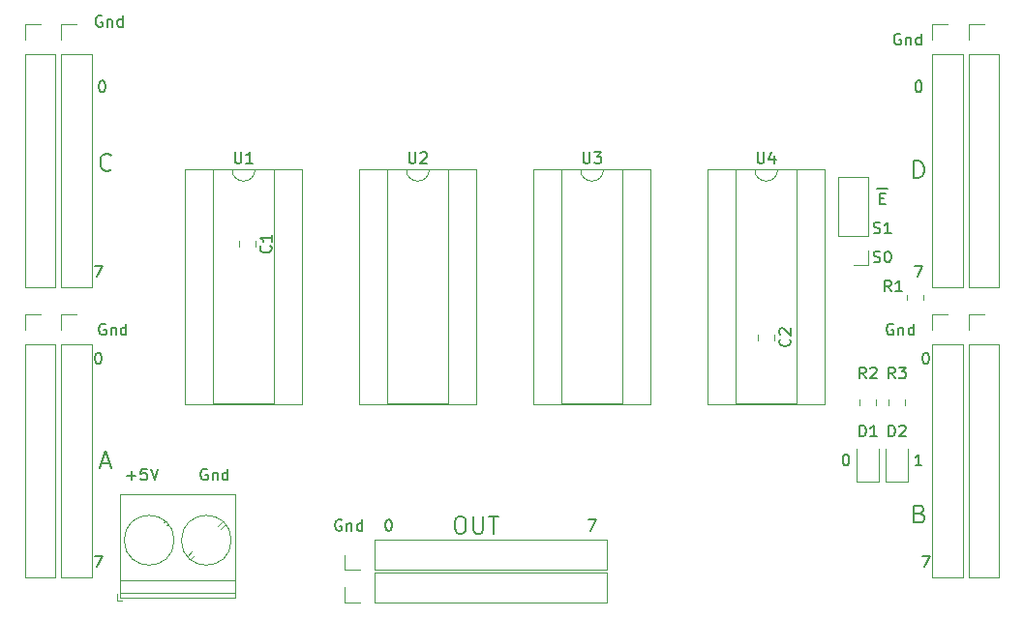
<source format=gbr>
%TF.GenerationSoftware,KiCad,Pcbnew,(5.1.8)-1*%
%TF.CreationDate,2022-11-12T22:57:04+03:00*%
%TF.ProjectId,MUX4x1,4d555834-7831-42e6-9b69-6361645f7063,rev?*%
%TF.SameCoordinates,Original*%
%TF.FileFunction,Legend,Top*%
%TF.FilePolarity,Positive*%
%FSLAX46Y46*%
G04 Gerber Fmt 4.6, Leading zero omitted, Abs format (unit mm)*
G04 Created by KiCad (PCBNEW (5.1.8)-1) date 2022-11-12 22:57:04*
%MOMM*%
%LPD*%
G01*
G04 APERTURE LIST*
%ADD10C,0.150000*%
%ADD11C,0.200000*%
%ADD12C,0.120000*%
G04 APERTURE END LIST*
D10*
X79049642Y-58872500D02*
X78954404Y-58824880D01*
X78811547Y-58824880D01*
X78668690Y-58872500D01*
X78573452Y-58967738D01*
X78525833Y-59062976D01*
X78478214Y-59253452D01*
X78478214Y-59396309D01*
X78525833Y-59586785D01*
X78573452Y-59682023D01*
X78668690Y-59777261D01*
X78811547Y-59824880D01*
X78906785Y-59824880D01*
X79049642Y-59777261D01*
X79097261Y-59729642D01*
X79097261Y-59396309D01*
X78906785Y-59396309D01*
X79525833Y-59158214D02*
X79525833Y-59824880D01*
X79525833Y-59253452D02*
X79573452Y-59205833D01*
X79668690Y-59158214D01*
X79811547Y-59158214D01*
X79906785Y-59205833D01*
X79954404Y-59301071D01*
X79954404Y-59824880D01*
X80859166Y-59824880D02*
X80859166Y-58824880D01*
X80859166Y-59777261D02*
X80763928Y-59824880D01*
X80573452Y-59824880D01*
X80478214Y-59777261D01*
X80430595Y-59729642D01*
X80382976Y-59634404D01*
X80382976Y-59348690D01*
X80430595Y-59253452D01*
X80478214Y-59205833D01*
X80573452Y-59158214D01*
X80763928Y-59158214D01*
X80859166Y-59205833D01*
X148899642Y-60460000D02*
X148804404Y-60412380D01*
X148661547Y-60412380D01*
X148518690Y-60460000D01*
X148423452Y-60555238D01*
X148375833Y-60650476D01*
X148328214Y-60840952D01*
X148328214Y-60983809D01*
X148375833Y-61174285D01*
X148423452Y-61269523D01*
X148518690Y-61364761D01*
X148661547Y-61412380D01*
X148756785Y-61412380D01*
X148899642Y-61364761D01*
X148947261Y-61317142D01*
X148947261Y-60983809D01*
X148756785Y-60983809D01*
X149375833Y-60745714D02*
X149375833Y-61412380D01*
X149375833Y-60840952D02*
X149423452Y-60793333D01*
X149518690Y-60745714D01*
X149661547Y-60745714D01*
X149756785Y-60793333D01*
X149804404Y-60888571D01*
X149804404Y-61412380D01*
X150709166Y-61412380D02*
X150709166Y-60412380D01*
X150709166Y-61364761D02*
X150613928Y-61412380D01*
X150423452Y-61412380D01*
X150328214Y-61364761D01*
X150280595Y-61317142D01*
X150232976Y-61221904D01*
X150232976Y-60936190D01*
X150280595Y-60840952D01*
X150328214Y-60793333D01*
X150423452Y-60745714D01*
X150613928Y-60745714D01*
X150709166Y-60793333D01*
X150780714Y-98242380D02*
X150209285Y-98242380D01*
X150495000Y-98242380D02*
X150495000Y-97242380D01*
X150399761Y-97385238D01*
X150304523Y-97480476D01*
X150209285Y-97528095D01*
X144097380Y-97242380D02*
X144192619Y-97242380D01*
X144287857Y-97290000D01*
X144335476Y-97337619D01*
X144383095Y-97432857D01*
X144430714Y-97623333D01*
X144430714Y-97861428D01*
X144383095Y-98051904D01*
X144335476Y-98147142D01*
X144287857Y-98194761D01*
X144192619Y-98242380D01*
X144097380Y-98242380D01*
X144002142Y-98194761D01*
X143954523Y-98147142D01*
X143906904Y-98051904D01*
X143859285Y-97861428D01*
X143859285Y-97623333D01*
X143906904Y-97432857D01*
X143954523Y-97337619D01*
X144002142Y-97290000D01*
X144097380Y-97242380D01*
X81264285Y-99131428D02*
X82026190Y-99131428D01*
X81645238Y-99512380D02*
X81645238Y-98750476D01*
X82978571Y-98512380D02*
X82502380Y-98512380D01*
X82454761Y-98988571D01*
X82502380Y-98940952D01*
X82597619Y-98893333D01*
X82835714Y-98893333D01*
X82930952Y-98940952D01*
X82978571Y-98988571D01*
X83026190Y-99083809D01*
X83026190Y-99321904D01*
X82978571Y-99417142D01*
X82930952Y-99464761D01*
X82835714Y-99512380D01*
X82597619Y-99512380D01*
X82502380Y-99464761D01*
X82454761Y-99417142D01*
X83311904Y-98512380D02*
X83645238Y-99512380D01*
X83978571Y-98512380D01*
X88257142Y-98560000D02*
X88161904Y-98512380D01*
X88019047Y-98512380D01*
X87876190Y-98560000D01*
X87780952Y-98655238D01*
X87733333Y-98750476D01*
X87685714Y-98940952D01*
X87685714Y-99083809D01*
X87733333Y-99274285D01*
X87780952Y-99369523D01*
X87876190Y-99464761D01*
X88019047Y-99512380D01*
X88114285Y-99512380D01*
X88257142Y-99464761D01*
X88304761Y-99417142D01*
X88304761Y-99083809D01*
X88114285Y-99083809D01*
X88733333Y-98845714D02*
X88733333Y-99512380D01*
X88733333Y-98940952D02*
X88780952Y-98893333D01*
X88876190Y-98845714D01*
X89019047Y-98845714D01*
X89114285Y-98893333D01*
X89161904Y-98988571D01*
X89161904Y-99512380D01*
X90066666Y-99512380D02*
X90066666Y-98512380D01*
X90066666Y-99464761D02*
X89971428Y-99512380D01*
X89780952Y-99512380D01*
X89685714Y-99464761D01*
X89638095Y-99417142D01*
X89590476Y-99321904D01*
X89590476Y-99036190D01*
X89638095Y-98940952D01*
X89685714Y-98893333D01*
X89780952Y-98845714D01*
X89971428Y-98845714D01*
X90066666Y-98893333D01*
X121586666Y-102957380D02*
X122253333Y-102957380D01*
X121824761Y-103957380D01*
X104092380Y-102957380D02*
X104187619Y-102957380D01*
X104282857Y-103005000D01*
X104330476Y-103052619D01*
X104378095Y-103147857D01*
X104425714Y-103338333D01*
X104425714Y-103576428D01*
X104378095Y-103766904D01*
X104330476Y-103862142D01*
X104282857Y-103909761D01*
X104187619Y-103957380D01*
X104092380Y-103957380D01*
X103997142Y-103909761D01*
X103949523Y-103862142D01*
X103901904Y-103766904D01*
X103854285Y-103576428D01*
X103854285Y-103338333D01*
X103901904Y-103147857D01*
X103949523Y-103052619D01*
X103997142Y-103005000D01*
X104092380Y-102957380D01*
X78406666Y-106132380D02*
X79073333Y-106132380D01*
X78644761Y-107132380D01*
X78406666Y-80732380D02*
X79073333Y-80732380D01*
X78644761Y-81732380D01*
X150161666Y-80732380D02*
X150828333Y-80732380D01*
X150399761Y-81732380D01*
X150796666Y-106132380D02*
X151463333Y-106132380D01*
X151034761Y-107132380D01*
X150447380Y-64539880D02*
X150542619Y-64539880D01*
X150637857Y-64587500D01*
X150685476Y-64635119D01*
X150733095Y-64730357D01*
X150780714Y-64920833D01*
X150780714Y-65158928D01*
X150733095Y-65349404D01*
X150685476Y-65444642D01*
X150637857Y-65492261D01*
X150542619Y-65539880D01*
X150447380Y-65539880D01*
X150352142Y-65492261D01*
X150304523Y-65444642D01*
X150256904Y-65349404D01*
X150209285Y-65158928D01*
X150209285Y-64920833D01*
X150256904Y-64730357D01*
X150304523Y-64635119D01*
X150352142Y-64587500D01*
X150447380Y-64539880D01*
X151082380Y-88352380D02*
X151177619Y-88352380D01*
X151272857Y-88400000D01*
X151320476Y-88447619D01*
X151368095Y-88542857D01*
X151415714Y-88733333D01*
X151415714Y-88971428D01*
X151368095Y-89161904D01*
X151320476Y-89257142D01*
X151272857Y-89304761D01*
X151177619Y-89352380D01*
X151082380Y-89352380D01*
X150987142Y-89304761D01*
X150939523Y-89257142D01*
X150891904Y-89161904D01*
X150844285Y-88971428D01*
X150844285Y-88733333D01*
X150891904Y-88542857D01*
X150939523Y-88447619D01*
X150987142Y-88400000D01*
X151082380Y-88352380D01*
X78692380Y-88352380D02*
X78787619Y-88352380D01*
X78882857Y-88400000D01*
X78930476Y-88447619D01*
X78978095Y-88542857D01*
X79025714Y-88733333D01*
X79025714Y-88971428D01*
X78978095Y-89161904D01*
X78930476Y-89257142D01*
X78882857Y-89304761D01*
X78787619Y-89352380D01*
X78692380Y-89352380D01*
X78597142Y-89304761D01*
X78549523Y-89257142D01*
X78501904Y-89161904D01*
X78454285Y-88971428D01*
X78454285Y-88733333D01*
X78501904Y-88542857D01*
X78549523Y-88447619D01*
X78597142Y-88400000D01*
X78692380Y-88352380D01*
X79009880Y-64539880D02*
X79105119Y-64539880D01*
X79200357Y-64587500D01*
X79247976Y-64635119D01*
X79295595Y-64730357D01*
X79343214Y-64920833D01*
X79343214Y-65158928D01*
X79295595Y-65349404D01*
X79247976Y-65444642D01*
X79200357Y-65492261D01*
X79105119Y-65539880D01*
X79009880Y-65539880D01*
X78914642Y-65492261D01*
X78867023Y-65444642D01*
X78819404Y-65349404D01*
X78771785Y-65158928D01*
X78771785Y-64920833D01*
X78819404Y-64730357D01*
X78867023Y-64635119D01*
X78914642Y-64587500D01*
X79009880Y-64539880D01*
X148264642Y-85860000D02*
X148169404Y-85812380D01*
X148026547Y-85812380D01*
X147883690Y-85860000D01*
X147788452Y-85955238D01*
X147740833Y-86050476D01*
X147693214Y-86240952D01*
X147693214Y-86383809D01*
X147740833Y-86574285D01*
X147788452Y-86669523D01*
X147883690Y-86764761D01*
X148026547Y-86812380D01*
X148121785Y-86812380D01*
X148264642Y-86764761D01*
X148312261Y-86717142D01*
X148312261Y-86383809D01*
X148121785Y-86383809D01*
X148740833Y-86145714D02*
X148740833Y-86812380D01*
X148740833Y-86240952D02*
X148788452Y-86193333D01*
X148883690Y-86145714D01*
X149026547Y-86145714D01*
X149121785Y-86193333D01*
X149169404Y-86288571D01*
X149169404Y-86812380D01*
X150074166Y-86812380D02*
X150074166Y-85812380D01*
X150074166Y-86764761D02*
X149978928Y-86812380D01*
X149788452Y-86812380D01*
X149693214Y-86764761D01*
X149645595Y-86717142D01*
X149597976Y-86621904D01*
X149597976Y-86336190D01*
X149645595Y-86240952D01*
X149693214Y-86193333D01*
X149788452Y-86145714D01*
X149978928Y-86145714D01*
X150074166Y-86193333D01*
X79367142Y-85860000D02*
X79271904Y-85812380D01*
X79129047Y-85812380D01*
X78986190Y-85860000D01*
X78890952Y-85955238D01*
X78843333Y-86050476D01*
X78795714Y-86240952D01*
X78795714Y-86383809D01*
X78843333Y-86574285D01*
X78890952Y-86669523D01*
X78986190Y-86764761D01*
X79129047Y-86812380D01*
X79224285Y-86812380D01*
X79367142Y-86764761D01*
X79414761Y-86717142D01*
X79414761Y-86383809D01*
X79224285Y-86383809D01*
X79843333Y-86145714D02*
X79843333Y-86812380D01*
X79843333Y-86240952D02*
X79890952Y-86193333D01*
X79986190Y-86145714D01*
X80129047Y-86145714D01*
X80224285Y-86193333D01*
X80271904Y-86288571D01*
X80271904Y-86812380D01*
X81176666Y-86812380D02*
X81176666Y-85812380D01*
X81176666Y-86764761D02*
X81081428Y-86812380D01*
X80890952Y-86812380D01*
X80795714Y-86764761D01*
X80748095Y-86717142D01*
X80700476Y-86621904D01*
X80700476Y-86336190D01*
X80748095Y-86240952D01*
X80795714Y-86193333D01*
X80890952Y-86145714D01*
X81081428Y-86145714D01*
X81176666Y-86193333D01*
X100004642Y-103005000D02*
X99909404Y-102957380D01*
X99766547Y-102957380D01*
X99623690Y-103005000D01*
X99528452Y-103100238D01*
X99480833Y-103195476D01*
X99433214Y-103385952D01*
X99433214Y-103528809D01*
X99480833Y-103719285D01*
X99528452Y-103814523D01*
X99623690Y-103909761D01*
X99766547Y-103957380D01*
X99861785Y-103957380D01*
X100004642Y-103909761D01*
X100052261Y-103862142D01*
X100052261Y-103528809D01*
X99861785Y-103528809D01*
X100480833Y-103290714D02*
X100480833Y-103957380D01*
X100480833Y-103385952D02*
X100528452Y-103338333D01*
X100623690Y-103290714D01*
X100766547Y-103290714D01*
X100861785Y-103338333D01*
X100909404Y-103433571D01*
X100909404Y-103957380D01*
X101814166Y-103957380D02*
X101814166Y-102957380D01*
X101814166Y-103909761D02*
X101718928Y-103957380D01*
X101528452Y-103957380D01*
X101433214Y-103909761D01*
X101385595Y-103862142D01*
X101337976Y-103766904D01*
X101337976Y-103481190D01*
X101385595Y-103385952D01*
X101433214Y-103338333D01*
X101528452Y-103290714D01*
X101718928Y-103290714D01*
X101814166Y-103338333D01*
X146558095Y-80414761D02*
X146700952Y-80462380D01*
X146939047Y-80462380D01*
X147034285Y-80414761D01*
X147081904Y-80367142D01*
X147129523Y-80271904D01*
X147129523Y-80176666D01*
X147081904Y-80081428D01*
X147034285Y-80033809D01*
X146939047Y-79986190D01*
X146748571Y-79938571D01*
X146653333Y-79890952D01*
X146605714Y-79843333D01*
X146558095Y-79748095D01*
X146558095Y-79652857D01*
X146605714Y-79557619D01*
X146653333Y-79510000D01*
X146748571Y-79462380D01*
X146986666Y-79462380D01*
X147129523Y-79510000D01*
X147748571Y-79462380D02*
X147843809Y-79462380D01*
X147939047Y-79510000D01*
X147986666Y-79557619D01*
X148034285Y-79652857D01*
X148081904Y-79843333D01*
X148081904Y-80081428D01*
X148034285Y-80271904D01*
X147986666Y-80367142D01*
X147939047Y-80414761D01*
X147843809Y-80462380D01*
X147748571Y-80462380D01*
X147653333Y-80414761D01*
X147605714Y-80367142D01*
X147558095Y-80271904D01*
X147510476Y-80081428D01*
X147510476Y-79843333D01*
X147558095Y-79652857D01*
X147605714Y-79557619D01*
X147653333Y-79510000D01*
X147748571Y-79462380D01*
X146558095Y-77874761D02*
X146700952Y-77922380D01*
X146939047Y-77922380D01*
X147034285Y-77874761D01*
X147081904Y-77827142D01*
X147129523Y-77731904D01*
X147129523Y-77636666D01*
X147081904Y-77541428D01*
X147034285Y-77493809D01*
X146939047Y-77446190D01*
X146748571Y-77398571D01*
X146653333Y-77350952D01*
X146605714Y-77303333D01*
X146558095Y-77208095D01*
X146558095Y-77112857D01*
X146605714Y-77017619D01*
X146653333Y-76970000D01*
X146748571Y-76922380D01*
X146986666Y-76922380D01*
X147129523Y-76970000D01*
X148081904Y-77922380D02*
X147510476Y-77922380D01*
X147796190Y-77922380D02*
X147796190Y-76922380D01*
X147700952Y-77065238D01*
X147605714Y-77160476D01*
X147510476Y-77208095D01*
X146867619Y-74015000D02*
X147772380Y-74015000D01*
X147105714Y-74858571D02*
X147439047Y-74858571D01*
X147581904Y-75382380D02*
X147105714Y-75382380D01*
X147105714Y-74382380D01*
X147581904Y-74382380D01*
D11*
X150602142Y-102445357D02*
X150816428Y-102516785D01*
X150887857Y-102588214D01*
X150959285Y-102731071D01*
X150959285Y-102945357D01*
X150887857Y-103088214D01*
X150816428Y-103159642D01*
X150673571Y-103231071D01*
X150102142Y-103231071D01*
X150102142Y-101731071D01*
X150602142Y-101731071D01*
X150745000Y-101802500D01*
X150816428Y-101873928D01*
X150887857Y-102016785D01*
X150887857Y-102159642D01*
X150816428Y-102302500D01*
X150745000Y-102373928D01*
X150602142Y-102445357D01*
X150102142Y-102445357D01*
X150102142Y-73068571D02*
X150102142Y-71568571D01*
X150459285Y-71568571D01*
X150673571Y-71640000D01*
X150816428Y-71782857D01*
X150887857Y-71925714D01*
X150959285Y-72211428D01*
X150959285Y-72425714D01*
X150887857Y-72711428D01*
X150816428Y-72854285D01*
X150673571Y-72997142D01*
X150459285Y-73068571D01*
X150102142Y-73068571D01*
X110260000Y-102683571D02*
X110545714Y-102683571D01*
X110688571Y-102755000D01*
X110831428Y-102897857D01*
X110902857Y-103183571D01*
X110902857Y-103683571D01*
X110831428Y-103969285D01*
X110688571Y-104112142D01*
X110545714Y-104183571D01*
X110260000Y-104183571D01*
X110117142Y-104112142D01*
X109974285Y-103969285D01*
X109902857Y-103683571D01*
X109902857Y-103183571D01*
X109974285Y-102897857D01*
X110117142Y-102755000D01*
X110260000Y-102683571D01*
X111545714Y-102683571D02*
X111545714Y-103897857D01*
X111617142Y-104040714D01*
X111688571Y-104112142D01*
X111831428Y-104183571D01*
X112117142Y-104183571D01*
X112260000Y-104112142D01*
X112331428Y-104040714D01*
X112402857Y-103897857D01*
X112402857Y-102683571D01*
X112902857Y-102683571D02*
X113760000Y-102683571D01*
X113331428Y-104183571D02*
X113331428Y-102683571D01*
X79839285Y-72290714D02*
X79767857Y-72362142D01*
X79553571Y-72433571D01*
X79410714Y-72433571D01*
X79196428Y-72362142D01*
X79053571Y-72219285D01*
X78982142Y-72076428D01*
X78910714Y-71790714D01*
X78910714Y-71576428D01*
X78982142Y-71290714D01*
X79053571Y-71147857D01*
X79196428Y-71005000D01*
X79410714Y-70933571D01*
X79553571Y-70933571D01*
X79767857Y-71005000D01*
X79839285Y-71076428D01*
X79017857Y-98040000D02*
X79732142Y-98040000D01*
X78875000Y-98468571D02*
X79375000Y-96968571D01*
X79875000Y-98468571D01*
D12*
%TO.C,C2*%
X136425000Y-86733748D02*
X136425000Y-87256252D01*
X137895000Y-86733748D02*
X137895000Y-87256252D01*
%TO.C,C1*%
X91022500Y-78563748D02*
X91022500Y-79086252D01*
X92492500Y-78563748D02*
X92492500Y-79086252D01*
%TO.C,J12*%
X100270000Y-110232500D02*
X100270000Y-108902500D01*
X101600000Y-110232500D02*
X100270000Y-110232500D01*
X102870000Y-110232500D02*
X102870000Y-107572500D01*
X102870000Y-107572500D02*
X123250000Y-107572500D01*
X102870000Y-110232500D02*
X123250000Y-110232500D01*
X123250000Y-110232500D02*
X123250000Y-107572500D01*
%TO.C,J11*%
X154880000Y-82610000D02*
X157540000Y-82610000D01*
X154880000Y-62230000D02*
X154880000Y-82610000D01*
X157540000Y-62230000D02*
X157540000Y-82610000D01*
X154880000Y-62230000D02*
X157540000Y-62230000D01*
X154880000Y-60960000D02*
X154880000Y-59630000D01*
X154880000Y-59630000D02*
X156210000Y-59630000D01*
%TO.C,J10*%
X72330000Y-82610000D02*
X74990000Y-82610000D01*
X72330000Y-62230000D02*
X72330000Y-82610000D01*
X74990000Y-62230000D02*
X74990000Y-82610000D01*
X72330000Y-62230000D02*
X74990000Y-62230000D01*
X72330000Y-60960000D02*
X72330000Y-59630000D01*
X72330000Y-59630000D02*
X73660000Y-59630000D01*
%TO.C,J9*%
X154880000Y-108010000D02*
X157540000Y-108010000D01*
X154880000Y-87630000D02*
X154880000Y-108010000D01*
X157540000Y-87630000D02*
X157540000Y-108010000D01*
X154880000Y-87630000D02*
X157540000Y-87630000D01*
X154880000Y-86360000D02*
X154880000Y-85030000D01*
X154880000Y-85030000D02*
X156210000Y-85030000D01*
%TO.C,J8*%
X72330000Y-108010000D02*
X74990000Y-108010000D01*
X72330000Y-87630000D02*
X72330000Y-108010000D01*
X74990000Y-87630000D02*
X74990000Y-108010000D01*
X72330000Y-87630000D02*
X74990000Y-87630000D01*
X72330000Y-86360000D02*
X72330000Y-85030000D01*
X72330000Y-85030000D02*
X73660000Y-85030000D01*
%TO.C,U2*%
X111820000Y-72270000D02*
X101540000Y-72270000D01*
X111820000Y-92830000D02*
X111820000Y-72270000D01*
X101540000Y-92830000D02*
X111820000Y-92830000D01*
X101540000Y-72270000D02*
X101540000Y-92830000D01*
X109330000Y-72330000D02*
X107680000Y-72330000D01*
X109330000Y-92770000D02*
X109330000Y-72330000D01*
X104030000Y-92770000D02*
X109330000Y-92770000D01*
X104030000Y-72330000D02*
X104030000Y-92770000D01*
X105680000Y-72330000D02*
X104030000Y-72330000D01*
X107680000Y-72330000D02*
G75*
G02*
X105680000Y-72330000I-1000000J0D01*
G01*
%TO.C,R1*%
X150912500Y-83275436D02*
X150912500Y-83729564D01*
X149442500Y-83275436D02*
X149442500Y-83729564D01*
%TO.C,J7*%
X146110000Y-72965000D02*
X143450000Y-72965000D01*
X146110000Y-78105000D02*
X146110000Y-72965000D01*
X143450000Y-78105000D02*
X143450000Y-72965000D01*
X146110000Y-78105000D02*
X143450000Y-78105000D01*
X146110000Y-79375000D02*
X146110000Y-80705000D01*
X146110000Y-80705000D02*
X144780000Y-80705000D01*
%TO.C,J1*%
X85365000Y-104775000D02*
G75*
G03*
X85365000Y-104775000I-2180000J0D01*
G01*
X90365000Y-104775000D02*
G75*
G03*
X90365000Y-104775000I-2180000J0D01*
G01*
X80625000Y-109375000D02*
X90745000Y-109375000D01*
X80625000Y-108275000D02*
X90745000Y-108275000D01*
X80625000Y-100715000D02*
X90745000Y-100715000D01*
X80625000Y-109835000D02*
X90745000Y-109835000D01*
X80625000Y-100715000D02*
X80625000Y-109835000D01*
X90745000Y-100715000D02*
X90745000Y-109835000D01*
X84839000Y-103387000D02*
X84732000Y-103494000D01*
X81903000Y-106322000D02*
X81797000Y-106429000D01*
X84573000Y-103121000D02*
X84466000Y-103228000D01*
X81637000Y-106056000D02*
X81531000Y-106163000D01*
X89839000Y-103387000D02*
X89444000Y-103783000D01*
X87178000Y-106049000D02*
X86798000Y-106429000D01*
X89573000Y-103121000D02*
X89193000Y-103501000D01*
X86927000Y-105767000D02*
X86532000Y-106163000D01*
X80385000Y-109435000D02*
X80385000Y-110075000D01*
X80385000Y-110075000D02*
X80785000Y-110075000D01*
%TO.C,J2*%
X75505000Y-108010000D02*
X78165000Y-108010000D01*
X75505000Y-87630000D02*
X75505000Y-108010000D01*
X78165000Y-87630000D02*
X78165000Y-108010000D01*
X75505000Y-87630000D02*
X78165000Y-87630000D01*
X75505000Y-86360000D02*
X75505000Y-85030000D01*
X75505000Y-85030000D02*
X76835000Y-85030000D01*
%TO.C,J3*%
X151705000Y-85030000D02*
X153035000Y-85030000D01*
X151705000Y-86360000D02*
X151705000Y-85030000D01*
X151705000Y-87630000D02*
X154365000Y-87630000D01*
X154365000Y-87630000D02*
X154365000Y-108010000D01*
X151705000Y-87630000D02*
X151705000Y-108010000D01*
X151705000Y-108010000D02*
X154365000Y-108010000D01*
%TO.C,J4*%
X75505000Y-82610000D02*
X78165000Y-82610000D01*
X75505000Y-62230000D02*
X75505000Y-82610000D01*
X78165000Y-62230000D02*
X78165000Y-82610000D01*
X75505000Y-62230000D02*
X78165000Y-62230000D01*
X75505000Y-60960000D02*
X75505000Y-59630000D01*
X75505000Y-59630000D02*
X76835000Y-59630000D01*
%TO.C,J5*%
X151705000Y-59630000D02*
X153035000Y-59630000D01*
X151705000Y-60960000D02*
X151705000Y-59630000D01*
X151705000Y-62230000D02*
X154365000Y-62230000D01*
X154365000Y-62230000D02*
X154365000Y-82610000D01*
X151705000Y-62230000D02*
X151705000Y-82610000D01*
X151705000Y-82610000D02*
X154365000Y-82610000D01*
%TO.C,J6*%
X123250000Y-107375000D02*
X123250000Y-104715000D01*
X102870000Y-107375000D02*
X123250000Y-107375000D01*
X102870000Y-104715000D02*
X123250000Y-104715000D01*
X102870000Y-107375000D02*
X102870000Y-104715000D01*
X101600000Y-107375000D02*
X100270000Y-107375000D01*
X100270000Y-107375000D02*
X100270000Y-106045000D01*
%TO.C,U1*%
X90440000Y-72330000D02*
X88790000Y-72330000D01*
X88790000Y-72330000D02*
X88790000Y-92770000D01*
X88790000Y-92770000D02*
X94090000Y-92770000D01*
X94090000Y-92770000D02*
X94090000Y-72330000D01*
X94090000Y-72330000D02*
X92440000Y-72330000D01*
X86300000Y-72270000D02*
X86300000Y-92830000D01*
X86300000Y-92830000D02*
X96580000Y-92830000D01*
X96580000Y-92830000D02*
X96580000Y-72270000D01*
X96580000Y-72270000D02*
X86300000Y-72270000D01*
X92440000Y-72330000D02*
G75*
G02*
X90440000Y-72330000I-1000000J0D01*
G01*
%TO.C,U3*%
X120920000Y-72330000D02*
X119270000Y-72330000D01*
X119270000Y-72330000D02*
X119270000Y-92770000D01*
X119270000Y-92770000D02*
X124570000Y-92770000D01*
X124570000Y-92770000D02*
X124570000Y-72330000D01*
X124570000Y-72330000D02*
X122920000Y-72330000D01*
X116780000Y-72270000D02*
X116780000Y-92830000D01*
X116780000Y-92830000D02*
X127060000Y-92830000D01*
X127060000Y-92830000D02*
X127060000Y-72270000D01*
X127060000Y-72270000D02*
X116780000Y-72270000D01*
X122920000Y-72330000D02*
G75*
G02*
X120920000Y-72330000I-1000000J0D01*
G01*
%TO.C,U4*%
X142300000Y-72270000D02*
X132020000Y-72270000D01*
X142300000Y-92830000D02*
X142300000Y-72270000D01*
X132020000Y-92830000D02*
X142300000Y-92830000D01*
X132020000Y-72270000D02*
X132020000Y-92830000D01*
X139810000Y-72330000D02*
X138160000Y-72330000D01*
X139810000Y-92770000D02*
X139810000Y-72330000D01*
X134510000Y-92770000D02*
X139810000Y-92770000D01*
X134510000Y-72330000D02*
X134510000Y-92770000D01*
X136160000Y-72330000D02*
X134510000Y-72330000D01*
X138160000Y-72330000D02*
G75*
G02*
X136160000Y-72330000I-1000000J0D01*
G01*
%TO.C,D1*%
X145090000Y-96790000D02*
X145090000Y-99650000D01*
X145090000Y-99650000D02*
X147010000Y-99650000D01*
X147010000Y-99650000D02*
X147010000Y-96790000D01*
%TO.C,D2*%
X149550000Y-99650000D02*
X149550000Y-96790000D01*
X147630000Y-99650000D02*
X149550000Y-99650000D01*
X147630000Y-96790000D02*
X147630000Y-99650000D01*
%TO.C,R2*%
X146785000Y-92937064D02*
X146785000Y-92482936D01*
X145315000Y-92937064D02*
X145315000Y-92482936D01*
%TO.C,R3*%
X147855000Y-92937064D02*
X147855000Y-92482936D01*
X149325000Y-92937064D02*
X149325000Y-92482936D01*
%TO.C,C2*%
D10*
X139197142Y-87161666D02*
X139244761Y-87209285D01*
X139292380Y-87352142D01*
X139292380Y-87447380D01*
X139244761Y-87590238D01*
X139149523Y-87685476D01*
X139054285Y-87733095D01*
X138863809Y-87780714D01*
X138720952Y-87780714D01*
X138530476Y-87733095D01*
X138435238Y-87685476D01*
X138340000Y-87590238D01*
X138292380Y-87447380D01*
X138292380Y-87352142D01*
X138340000Y-87209285D01*
X138387619Y-87161666D01*
X138387619Y-86780714D02*
X138340000Y-86733095D01*
X138292380Y-86637857D01*
X138292380Y-86399761D01*
X138340000Y-86304523D01*
X138387619Y-86256904D01*
X138482857Y-86209285D01*
X138578095Y-86209285D01*
X138720952Y-86256904D01*
X139292380Y-86828333D01*
X139292380Y-86209285D01*
%TO.C,C1*%
X93794642Y-78991666D02*
X93842261Y-79039285D01*
X93889880Y-79182142D01*
X93889880Y-79277380D01*
X93842261Y-79420238D01*
X93747023Y-79515476D01*
X93651785Y-79563095D01*
X93461309Y-79610714D01*
X93318452Y-79610714D01*
X93127976Y-79563095D01*
X93032738Y-79515476D01*
X92937500Y-79420238D01*
X92889880Y-79277380D01*
X92889880Y-79182142D01*
X92937500Y-79039285D01*
X92985119Y-78991666D01*
X93889880Y-78039285D02*
X93889880Y-78610714D01*
X93889880Y-78325000D02*
X92889880Y-78325000D01*
X93032738Y-78420238D01*
X93127976Y-78515476D01*
X93175595Y-78610714D01*
%TO.C,U2*%
X105918095Y-70782380D02*
X105918095Y-71591904D01*
X105965714Y-71687142D01*
X106013333Y-71734761D01*
X106108571Y-71782380D01*
X106299047Y-71782380D01*
X106394285Y-71734761D01*
X106441904Y-71687142D01*
X106489523Y-71591904D01*
X106489523Y-70782380D01*
X106918095Y-70877619D02*
X106965714Y-70830000D01*
X107060952Y-70782380D01*
X107299047Y-70782380D01*
X107394285Y-70830000D01*
X107441904Y-70877619D01*
X107489523Y-70972857D01*
X107489523Y-71068095D01*
X107441904Y-71210952D01*
X106870476Y-71782380D01*
X107489523Y-71782380D01*
%TO.C,R1*%
X148105833Y-83002380D02*
X147772500Y-82526190D01*
X147534404Y-83002380D02*
X147534404Y-82002380D01*
X147915357Y-82002380D01*
X148010595Y-82050000D01*
X148058214Y-82097619D01*
X148105833Y-82192857D01*
X148105833Y-82335714D01*
X148058214Y-82430952D01*
X148010595Y-82478571D01*
X147915357Y-82526190D01*
X147534404Y-82526190D01*
X149058214Y-83002380D02*
X148486785Y-83002380D01*
X148772500Y-83002380D02*
X148772500Y-82002380D01*
X148677261Y-82145238D01*
X148582023Y-82240476D01*
X148486785Y-82288095D01*
%TO.C,U1*%
X90678095Y-70782380D02*
X90678095Y-71591904D01*
X90725714Y-71687142D01*
X90773333Y-71734761D01*
X90868571Y-71782380D01*
X91059047Y-71782380D01*
X91154285Y-71734761D01*
X91201904Y-71687142D01*
X91249523Y-71591904D01*
X91249523Y-70782380D01*
X92249523Y-71782380D02*
X91678095Y-71782380D01*
X91963809Y-71782380D02*
X91963809Y-70782380D01*
X91868571Y-70925238D01*
X91773333Y-71020476D01*
X91678095Y-71068095D01*
%TO.C,U3*%
X121158095Y-70782380D02*
X121158095Y-71591904D01*
X121205714Y-71687142D01*
X121253333Y-71734761D01*
X121348571Y-71782380D01*
X121539047Y-71782380D01*
X121634285Y-71734761D01*
X121681904Y-71687142D01*
X121729523Y-71591904D01*
X121729523Y-70782380D01*
X122110476Y-70782380D02*
X122729523Y-70782380D01*
X122396190Y-71163333D01*
X122539047Y-71163333D01*
X122634285Y-71210952D01*
X122681904Y-71258571D01*
X122729523Y-71353809D01*
X122729523Y-71591904D01*
X122681904Y-71687142D01*
X122634285Y-71734761D01*
X122539047Y-71782380D01*
X122253333Y-71782380D01*
X122158095Y-71734761D01*
X122110476Y-71687142D01*
%TO.C,U4*%
X136398095Y-70782380D02*
X136398095Y-71591904D01*
X136445714Y-71687142D01*
X136493333Y-71734761D01*
X136588571Y-71782380D01*
X136779047Y-71782380D01*
X136874285Y-71734761D01*
X136921904Y-71687142D01*
X136969523Y-71591904D01*
X136969523Y-70782380D01*
X137874285Y-71115714D02*
X137874285Y-71782380D01*
X137636190Y-70734761D02*
X137398095Y-71449047D01*
X138017142Y-71449047D01*
%TO.C,D1*%
X145311904Y-95702380D02*
X145311904Y-94702380D01*
X145550000Y-94702380D01*
X145692857Y-94750000D01*
X145788095Y-94845238D01*
X145835714Y-94940476D01*
X145883333Y-95130952D01*
X145883333Y-95273809D01*
X145835714Y-95464285D01*
X145788095Y-95559523D01*
X145692857Y-95654761D01*
X145550000Y-95702380D01*
X145311904Y-95702380D01*
X146835714Y-95702380D02*
X146264285Y-95702380D01*
X146550000Y-95702380D02*
X146550000Y-94702380D01*
X146454761Y-94845238D01*
X146359523Y-94940476D01*
X146264285Y-94988095D01*
%TO.C,D2*%
X147851904Y-95702380D02*
X147851904Y-94702380D01*
X148090000Y-94702380D01*
X148232857Y-94750000D01*
X148328095Y-94845238D01*
X148375714Y-94940476D01*
X148423333Y-95130952D01*
X148423333Y-95273809D01*
X148375714Y-95464285D01*
X148328095Y-95559523D01*
X148232857Y-95654761D01*
X148090000Y-95702380D01*
X147851904Y-95702380D01*
X148804285Y-94797619D02*
X148851904Y-94750000D01*
X148947142Y-94702380D01*
X149185238Y-94702380D01*
X149280476Y-94750000D01*
X149328095Y-94797619D01*
X149375714Y-94892857D01*
X149375714Y-94988095D01*
X149328095Y-95130952D01*
X148756666Y-95702380D01*
X149375714Y-95702380D01*
%TO.C,R2*%
X145883333Y-90622380D02*
X145550000Y-90146190D01*
X145311904Y-90622380D02*
X145311904Y-89622380D01*
X145692857Y-89622380D01*
X145788095Y-89670000D01*
X145835714Y-89717619D01*
X145883333Y-89812857D01*
X145883333Y-89955714D01*
X145835714Y-90050952D01*
X145788095Y-90098571D01*
X145692857Y-90146190D01*
X145311904Y-90146190D01*
X146264285Y-89717619D02*
X146311904Y-89670000D01*
X146407142Y-89622380D01*
X146645238Y-89622380D01*
X146740476Y-89670000D01*
X146788095Y-89717619D01*
X146835714Y-89812857D01*
X146835714Y-89908095D01*
X146788095Y-90050952D01*
X146216666Y-90622380D01*
X146835714Y-90622380D01*
%TO.C,R3*%
X148423333Y-90622380D02*
X148090000Y-90146190D01*
X147851904Y-90622380D02*
X147851904Y-89622380D01*
X148232857Y-89622380D01*
X148328095Y-89670000D01*
X148375714Y-89717619D01*
X148423333Y-89812857D01*
X148423333Y-89955714D01*
X148375714Y-90050952D01*
X148328095Y-90098571D01*
X148232857Y-90146190D01*
X147851904Y-90146190D01*
X148756666Y-89622380D02*
X149375714Y-89622380D01*
X149042380Y-90003333D01*
X149185238Y-90003333D01*
X149280476Y-90050952D01*
X149328095Y-90098571D01*
X149375714Y-90193809D01*
X149375714Y-90431904D01*
X149328095Y-90527142D01*
X149280476Y-90574761D01*
X149185238Y-90622380D01*
X148899523Y-90622380D01*
X148804285Y-90574761D01*
X148756666Y-90527142D01*
%TD*%
M02*

</source>
